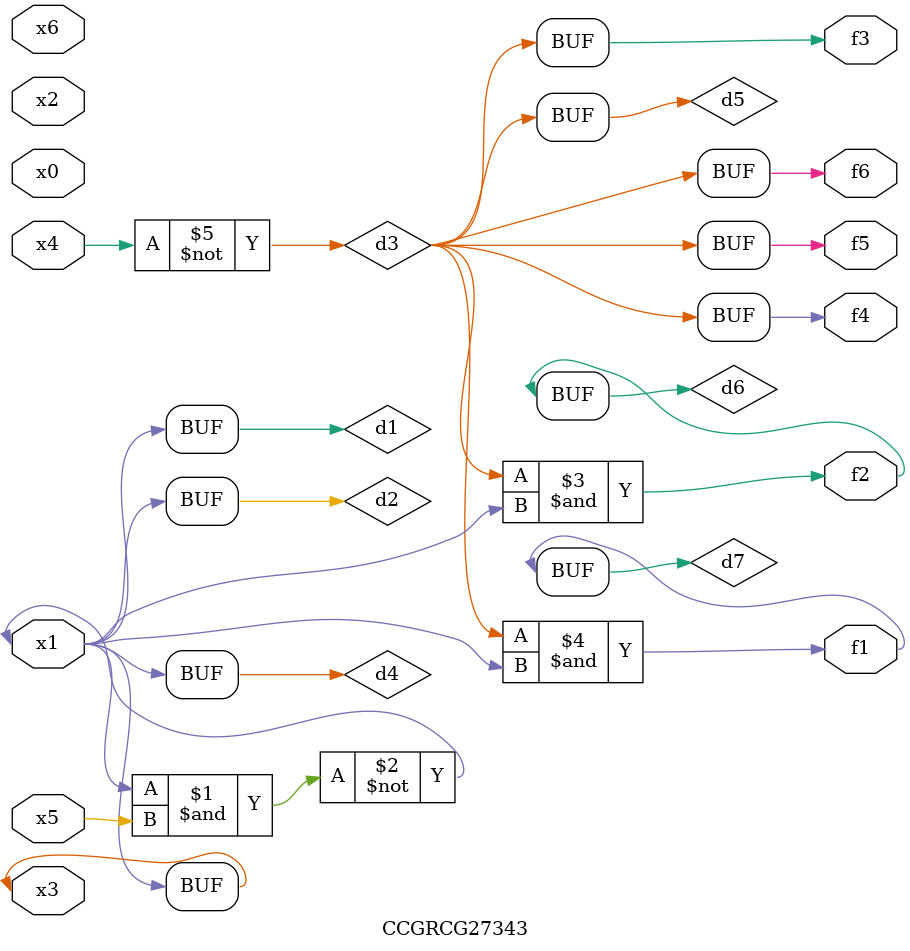
<source format=v>
module CCGRCG27343(
	input x0, x1, x2, x3, x4, x5, x6,
	output f1, f2, f3, f4, f5, f6
);

	wire d1, d2, d3, d4, d5, d6, d7;

	buf (d1, x1, x3);
	nand (d2, x1, x5);
	not (d3, x4);
	buf (d4, d1, d2);
	buf (d5, d3);
	and (d6, d3, d4);
	and (d7, d3, d4);
	assign f1 = d7;
	assign f2 = d6;
	assign f3 = d5;
	assign f4 = d5;
	assign f5 = d5;
	assign f6 = d5;
endmodule

</source>
